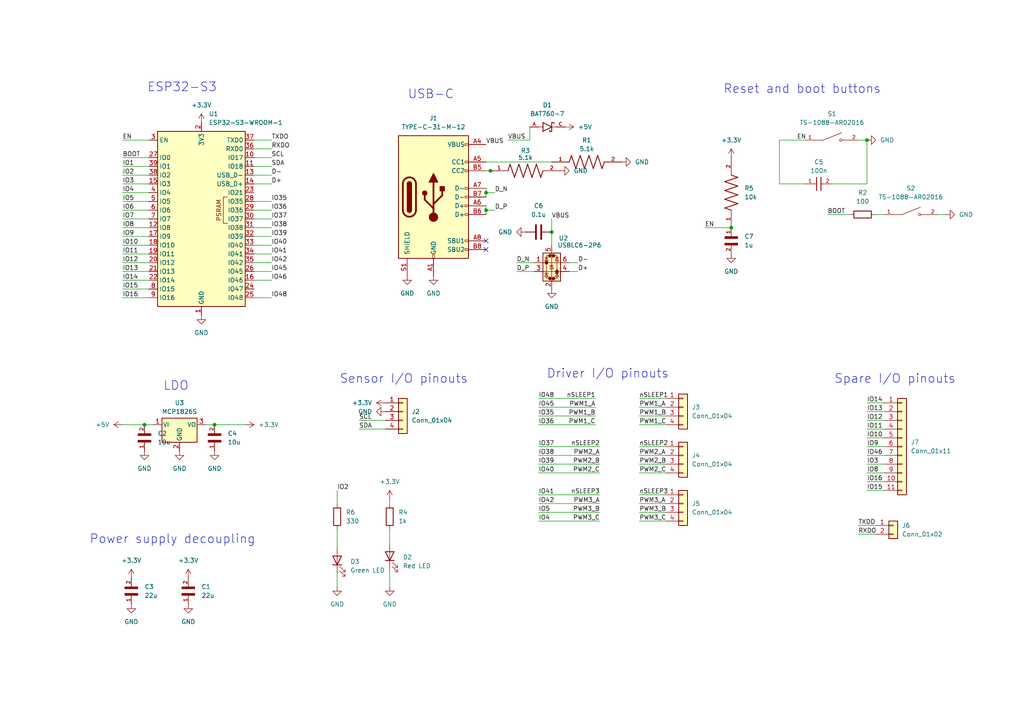
<source format=kicad_sch>
(kicad_sch (version 20250114) (generator "eeschema") (generator_version "9.0")
  (paper "A4")
  (lib_symbols
    (symbol "BAT760-7:BAT760-7" (pin_names (offset 1.016))
      (property "Reference" "D" (at -5.08 2.54 0))
      (property "Value" "BAT760-7" (at -5.08 -3.81 0))
      (symbol "BAT760-7_0_0"
        (pin passive line (at -5.08 0 0) (length 2.54) (name "~") (number "A"))
        (pin passive line (at 5.08 0 180) (length 2.54) (name "~") (number "C"))
      )
    )
    (symbol "CRG0402J10K_10:CRG0402J10K_10" (pin_names (offset 1.016))
      (property "Reference" "R" (at -7.6244 2.5415 0))
      (property "Value" "CRG0402J10K_10" (at -7.63 -5.0866 0))
      (symbol "CRG0402J10K_10_0_0"
        (pin passive line (at -10.16 0 0) (length 5.08) (name "~") (number "1"))
        (pin passive line (at 10.16 0 180) (length 5.08) (name "~") (number "2"))
      )
    )
    (symbol "Connector:USB_C_Receptacle_USB2.0_16P" (pin_names (offset 1.016))
      (property "Reference" "J" (at 0 22.225 0))
      (property "Value" "USB_C_Receptacle_USB2.0_16P" (at 0 19.685 0))
      (symbol "USB_C_Receptacle_USB2.0_16P_1_1"
        (pin passive line (at -7.62 -22.86 90) (length 5.08) (name "SHIELD") (number "S1"))
        (pin passive line (at 0 -22.86 90) (length 5.08) (name "GND") (number "A1"))
        (pin passive line (at 0 -22.86 90) (length 5.08) (hide yes) (name "GND") (number "A12"))
        (pin passive line (at 0 -22.86 90) (length 5.08) (hide yes) (name "GND") (number "B1"))
        (pin passive line (at 0 -22.86 90) (length 5.08) (hide yes) (name "GND") (number "B12"))
        (pin passive line (at 15.24 15.24 180) (length 5.08) (name "VBUS") (number "A4"))
        (pin passive line (at 15.24 15.24 180) (length 5.08) (hide yes) (name "VBUS") (number "A9"))
        (pin passive line (at 15.24 15.24 180) (length 5.08) (hide yes) (name "VBUS") (number "B4"))
        (pin passive line (at 15.24 15.24 180) (length 5.08) (hide yes) (name "VBUS") (number "B9"))
        (pin bidirectional line (at 15.24 10.16 180) (length 5.08) (name "CC1") (number "A5"))
        (pin bidirectional line (at 15.24 7.62 180) (length 5.08) (name "CC2") (number "B5"))
        (pin bidirectional line (at 15.24 2.54 180) (length 5.08) (name "D-") (number "A7"))
        (pin bidirectional line (at 15.24 0 180) (length 5.08) (name "D-") (number "B7"))
        (pin bidirectional line (at 15.24 -2.54 180) (length 5.08) (name "D+") (number "A6"))
        (pin bidirectional line (at 15.24 -5.08 180) (length 5.08) (name "D+") (number "B6"))
        (pin bidirectional line (at 15.24 -12.7 180) (length 5.08) (name "SBU1") (number "A8"))
        (pin bidirectional line (at 15.24 -15.24 180) (length 5.08) (name "SBU2") (number "B8"))
      )
    )
    (symbol "Connector_Generic:Conn_01x02" (pin_names (offset 1.016) (hide yes))
      (property "Reference" "J" (at 0 2.54 0))
      (property "Value" "Conn_01x02" (at 0 -5.08 0))
      (symbol "Conn_01x02_1_1"
        (pin passive line (at -5.08 0 0) (length 3.81) (name "Pin_1") (number "1"))
        (pin passive line (at -5.08 -2.54 0) (length 3.81) (name "Pin_2") (number "2"))
      )
    )
    (symbol "Connector_Generic:Conn_01x04" (pin_names (offset 1.016) (hide yes))
      (property "Reference" "J" (at 0 5.08 0))
      (property "Value" "Conn_01x04" (at 0 -7.62 0))
      (symbol "Conn_01x04_1_1"
        (pin passive line (at -5.08 2.54 0) (length 3.81) (name "Pin_1") (number "1"))
        (pin passive line (at -5.08 0 0) (length 3.81) (name "Pin_2") (number "2"))
        (pin passive line (at -5.08 -2.54 0) (length 3.81) (name "Pin_3") (number "3"))
        (pin passive line (at -5.08 -5.08 0) (length 3.81) (name "Pin_4") (number "4"))
      )
    )
    (symbol "Connector_Generic:Conn_01x11" (pin_names (offset 1.016) (hide yes))
      (property "Reference" "J" (at 0 15.24 0))
      (property "Value" "Conn_01x11" (at 0 -15.24 0))
      (symbol "Conn_01x11_1_1"
        (pin passive line (at -5.08 12.7 0) (length 3.81) (name "Pin_1") (number "1"))
        (pin passive line (at -5.08 10.16 0) (length 3.81) (name "Pin_2") (number "2"))
        (pin passive line (at -5.08 7.62 0) (length 3.81) (name "Pin_3") (number "3"))
        (pin passive line (at -5.08 5.08 0) (length 3.81) (name "Pin_4") (number "4"))
        (pin passive line (at -5.08 2.54 0) (length 3.81) (name "Pin_5") (number "5"))
        (pin passive line (at -5.08 0 0) (length 3.81) (name "Pin_6") (number "6"))
        (pin passive line (at -5.08 -2.54 0) (length 3.81) (name "Pin_7") (number "7"))
        (pin passive line (at -5.08 -5.08 0) (length 3.81) (name "Pin_8") (number "8"))
        (pin passive line (at -5.08 -7.62 0) (length 3.81) (name "Pin_9") (number "9"))
        (pin passive line (at -5.08 -10.16 0) (length 3.81) (name "Pin_10") (number "10"))
        (pin passive line (at -5.08 -12.7 0) (length 3.81) (name "Pin_11") (number "11"))
      )
    )
    (symbol "Device:C" (pin_numbers (hide yes)) (pin_names (offset 0.254))
      (property "Reference" "C" (at 0.635 2.54 0))
      (property "Value" "C" (at 0.635 -2.54 0))
      (symbol "C_1_1"
        (pin passive line (at 0 3.81 270) (length 2.794) (name "~") (number "1"))
        (pin passive line (at 0 -3.81 90) (length 2.794) (name "~") (number "2"))
      )
    )
    (symbol "Device:LED" (pin_numbers (hide yes)) (pin_names (offset 1.016) (hide yes))
      (property "Reference" "D" (at 0 2.54 0))
      (property "Value" "LED" (at 0 -2.54 0))
      (symbol "LED_1_1"
        (pin passive line (at -3.81 0 0) (length 2.54) (name "K") (number "1"))
        (pin passive line (at 3.81 0 180) (length 2.54) (name "A") (number "2"))
      )
    )
    (symbol "Device:R" (pin_numbers (hide yes)) (pin_names (offset 0))
      (property "Reference" "R" (at 2.032 0 90))
      (property "Value" "R" (at 0 0 90))
      (symbol "R_1_1"
        (pin passive line (at 0 3.81 270) (length 1.27) (name "~") (number "1"))
        (pin passive line (at 0 -3.81 90) (length 1.27) (name "~") (number "2"))
      )
    )
    (symbol "ERA6ARB512V:ERA6ARB512V" (pin_names (offset 1.016))
      (property "Reference" "R" (at -7.624 2.541 0))
      (property "Value" "ERA6ARB512V" (at -7.624 -5.087 0))
      (symbol "ERA6ARB512V_0_0"
        (pin passive line (at -10.16 0 0) (length 5.08) (name "~") (number "1"))
        (pin passive line (at 10.16 0 180) (length 5.08) (name "~") (number "2"))
      )
    )
    (symbol "GCJ31MR71H105KA12L:GCJ31MR71H105KA12L" (pin_names (offset 1.016))
      (property "Reference" "C" (at 0 3.8109 0))
      (property "Value" "GCJ31MR71H105KA12L" (at 0 -5.0885 0))
      (symbol "GCJ31MR71H105KA12L_0_0"
        (pin passive line (at -2.54 0 0) (length 2.54) (name "~") (number "1"))
        (pin passive line (at 5.08 0 180) (length 2.54) (name "~") (number "2"))
      )
    )
    (symbol "GRM219R60J226ME47D:GRM219R60J226ME47D" (pin_names (offset 1.016))
      (property "Reference" "C" (at 0 3.8109 0))
      (property "Value" "GRM219R60J226ME47D" (at 0 -5.0885 0))
      (symbol "GRM219R60J226ME47D_0_0"
        (pin passive line (at -2.54 0 0) (length 2.54) (name "~") (number "1"))
        (pin passive line (at 5.08 0 180) (length 2.54) (name "~") (number "2"))
      )
    )
    (symbol "GRM32EC72A106KE05L:GRM32EC72A106KE05L" (pin_names (offset 1.016))
      (property "Reference" "C" (at 0 3.8109 0))
      (property "Value" "GRM32EC72A106KE05L" (at 0 -5.0885 0))
      (symbol "GRM32EC72A106KE05L_0_0"
        (pin passive line (at -2.54 0 0) (length 2.54) (name "~") (number "1"))
        (pin passive line (at 5.08 0 180) (length 2.54) (name "~") (number "2"))
      )
    )
    (symbol "Power_Protection:USBLC6-2P6" (pin_names (hide yes))
      (property "Reference" "U" (at 0.635 5.715 0))
      (property "Value" "USBLC6-2P6" (at 0.635 3.81 0))
      (symbol "USBLC6-2P6_1_1"
        (pin passive line (at -5.08 0 0) (length 2.54) (name "I/O1") (number "1"))
        (pin passive line (at -5.08 -2.54 0) (length 2.54) (name "I/O2") (number "3"))
        (pin passive line (at 0 5.08 270) (length 2.54) (name "VBUS") (number "5"))
        (pin passive line (at 0 -7.62 90) (length 2.54) (name "GND") (number "2"))
        (pin passive line (at 5.08 0 180) (length 2.54) (name "I/O1") (number "6"))
        (pin passive line (at 5.08 -2.54 180) (length 2.54) (name "I/O2") (number "4"))
      )
    )
    (symbol "RF_Module:ESP32-S3-WROOM-1"
      (property "Reference" "U" (at -12.7 26.67 0))
      (property "Value" "ESP32-S3-WROOM-1" (at 12.7 26.67 0))
      (symbol "ESP32-S3-WROOM-1_0_0"
        (text "PSRAM" (at 5.08 2.54 900) (effects (font (size 1.27 1.27))))
      )
      (symbol "ESP32-S3-WROOM-1_1_1"
        (pin input line (at -15.24 22.86 0) (length 2.54) (name "EN") (number "3"))
        (pin bidirectional line (at -15.24 17.78 0) (length 2.54) (name "IO0") (number "27"))
        (pin bidirectional line (at -15.24 15.24 0) (length 2.54) (name "IO1") (number "39"))
        (pin bidirectional line (at -15.24 12.7 0) (length 2.54) (name "IO2") (number "38"))
        (pin bidirectional line (at -15.24 10.16 0) (length 2.54) (name "IO3") (number "15"))
        (pin bidirectional line (at -15.24 7.62 0) (length 2.54) (name "IO4") (number "4"))
        (pin bidirectional line (at -15.24 5.08 0) (length 2.54) (name "IO5") (number "5"))
        (pin bidirectional line (at -15.24 2.54 0) (length 2.54) (name "IO6") (number "6"))
        (pin bidirectional line (at -15.24 0 0) (length 2.54) (name "IO7") (number "7"))
        (pin bidirectional line (at -15.24 -2.54 0) (length 2.54) (name "IO8") (number "12"))
        (pin bidirectional line (at -15.24 -5.08 0) (length 2.54) (name "IO9") (number "17"))
        (pin bidirectional line (at -15.24 -7.62 0) (length 2.54) (name "IO10") (number "18"))
        (pin bidirectional line (at -15.24 -10.16 0) (length 2.54) (name "IO11") (number "19"))
        (pin bidirectional line (at -15.24 -12.7 0) (length 2.54) (name "IO12") (number "20"))
        (pin bidirectional line (at -15.24 -15.24 0) (length 2.54) (name "IO13") (number "21"))
        (pin bidirectional line (at -15.24 -17.78 0) (length 2.54) (name "IO14") (number "22"))
        (pin bidirectional line (at -15.24 -20.32 0) (length 2.54) (name "IO15") (number "8"))
        (pin bidirectional line (at -15.24 -22.86 0) (length 2.54) (name "IO16") (number "9"))
        (pin power_in line (at 0 27.94 270) (length 2.54) (name "3V3") (number "2"))
        (pin power_in line (at 0 -27.94 90) (length 2.54) (name "GND") (number "1"))
        (pin passive line (at 0 -27.94 90) (length 2.54) (hide yes) (name "GND") (number "40"))
        (pin passive line (at 0 -27.94 90) (length 2.54) (hide yes) (name "GND") (number "41"))
        (pin bidirectional line (at 15.24 22.86 180) (length 2.54) (name "TXD0") (number "37"))
        (pin bidirectional line (at 15.24 20.32 180) (length 2.54) (name "RXD0") (number "36"))
        (pin bidirectional line (at 15.24 17.78 180) (length 2.54) (name "IO17") (number "10"))
        (pin bidirectional line (at 15.24 15.24 180) (length 2.54) (name "IO18") (number "11"))
        (pin bidirectional line (at 15.24 12.7 180) (length 2.54) (name "USB_D-") (number "13"))
        (pin bidirectional line (at 15.24 10.16 180) (length 2.54) (name "USB_D+") (number "14"))
        (pin bidirectional line (at 15.24 7.62 180) (length 2.54) (name "IO21") (number "23"))
        (pin bidirectional line (at 15.24 5.08 180) (length 2.54) (name "IO35") (number "28"))
        (pin bidirectional line (at 15.24 2.54 180) (length 2.54) (name "IO36") (number "29"))
        (pin bidirectional line (at 15.24 0 180) (length 2.54) (name "IO37") (number "30"))
        (pin bidirectional line (at 15.24 -2.54 180) (length 2.54) (name "IO38") (number "31"))
        (pin bidirectional line (at 15.24 -5.08 180) (length 2.54) (name "IO39") (number "32"))
        (pin bidirectional line (at 15.24 -7.62 180) (length 2.54) (name "IO40") (number "33"))
        (pin bidirectional line (at 15.24 -10.16 180) (length 2.54) (name "IO41") (number "34"))
        (pin bidirectional line (at 15.24 -12.7 180) (length 2.54) (name "IO42") (number "35"))
        (pin bidirectional line (at 15.24 -15.24 180) (length 2.54) (name "IO45") (number "26"))
        (pin bidirectional line (at 15.24 -17.78 180) (length 2.54) (name "IO46") (number "16"))
        (pin bidirectional line (at 15.24 -20.32 180) (length 2.54) (name "IO47") (number "24"))
        (pin bidirectional line (at 15.24 -22.86 180) (length 2.54) (name "IO48") (number "25"))
      )
    )
    (symbol "Regulator_Linear:MCP1826S" (pin_names (offset 0.254))
      (property "Reference" "U" (at -3.81 3.175 0))
      (property "Value" "MCP1826S" (at 0 3.175 0))
      (symbol "MCP1826S_1_1"
        (pin power_in line (at -7.62 0 0) (length 2.54) (name "VI") (number "1"))
        (pin power_in line (at 0 -7.62 90) (length 2.54) (name "GND") (number "2"))
        (pin power_out line (at 7.62 0 180) (length 2.54) (name "VO") (number "3"))
      )
    )
    (symbol "TS-1088-AR02016:TS-1088-AR02016" (pin_names (offset 1.016))
      (property "Reference" "S" (at -2.54 2.54 0))
      (property "Value" "TS-1088-AR02016" (at -2.54 -2.54 0))
      (symbol "TS-1088-AR02016_0_0"
        (pin passive line (at -7.62 0 0) (length 2.54) (name "~") (number "1"))
        (pin passive line (at 7.62 0 180) (length 2.54) (name "~") (number "2"))
      )
    )
    (symbol "WCAP-CSGP_0402:WCAP-CSGP_0402" (pin_names (offset 1.016))
      (property "Reference" "C" (at 1.27 3.302 0))
      (property "Value" "WCAP-CSGP_0402" (at 1.27 -5.08 0))
      (symbol "WCAP-CSGP_0402_0_0"
        (pin passive line (at -2.54 0 0) (length 2.54) (name "~") (number "1"))
        (pin passive line (at 5.08 0 180) (length 2.54) (name "~") (number "2"))
      )
    )
    (symbol "power:+3.3V" (power) (pin_numbers (hide yes)) (pin_names (offset 0) (hide yes))
      (property "Value" "+3.3V" (at 0 3.556 0))
      (symbol "+3.3V_1_1"
        (pin power_in line (at 0 0 90) (length 0) (name "~") (number "1"))
      )
    )
    (symbol "power:+5V" (power) (pin_numbers (hide yes)) (pin_names (offset 0) (hide yes))
      (property "Value" "+5V" (at 0 3.556 0))
      (symbol "+5V_1_1"
        (pin power_in line (at 0 0 90) (length 0) (name "~") (number "1"))
      )
    )
    (symbol "power:GND" (power) (pin_numbers (hide yes)) (pin_names (offset 0) (hide yes))
      (property "Value" "GND" (at 0 -3.81 0))
      (symbol "GND_1_1"
        (pin power_in line (at 0 0 270) (length 0) (name "~") (number "1"))
      )
    )
    (symbol "power:VCC" (power) (pin_numbers (hide yes)) (pin_names (offset 0) (hide yes))
      (property "Value" "VCC" (at 0 3.556 0))
      (symbol "VCC_1_1"
        (pin power_in line (at 0 0 90) (length 0) (name "~") (number "1"))
      )
    )
  )
  (text "USB-C" (at 124.968 27.432 0) (effects (font (size 2.54 2.54))))
  (text "Sensor I/O pinouts" (at 117.094 109.982 0) (effects (font (size 2.54 2.54))))
  (text "Reset and boot buttons" (at 232.664 25.908 0) (effects (font (size 2.54 2.54))))
  (text "LDO" (at 51.054 112.014 0) (effects (font (size 2.54 2.54))))
  (text "Power supply decoupling\n" (at 50.038 156.464 0) (effects (font (size 2.54 2.54))))
  (text "Driver I/O pinouts" (at 176.276 108.458 0) (effects (font (size 2.54 2.54))))
  (text "Spare I/O pinouts" (at 259.588 109.982 0) (effects (font (size 2.54 2.54))))
  (text "ESP32-S3" (at 52.832 25.4 0) (effects (font (size 2.54 2.54))))
  (junction (at 140.97 55.88))
  (junction (at 62.23 123.19))
  (junction (at 212.09 66.04))
  (junction (at 160.02 67.31))
  (junction (at 251.46 40.64))
  (junction (at 140.97 60.96))
  (junction (at 41.91 123.19))
  (junction (at 142.24 49.53))
  (no_connect (at 140.97 69.85))
  (no_connect (at 140.97 72.39))
  (wire (pts (xy 248.92 40.64) (xy 251.46 40.64)))
  (wire (pts (xy 78.74 45.72) (xy 73.66 45.72)))
  (wire (pts (xy 153.67 40.64) (xy 153.67 36.83)))
  (wire (pts (xy 35.56 48.26) (xy 43.18 48.26)))
  (wire (pts (xy 149.86 76.2) (xy 154.94 76.2)))
  (wire (pts (xy 251.46 134.62) (xy 256.54 134.62)))
  (wire (pts (xy 78.74 86.36) (xy 73.66 86.36)))
  (wire (pts (xy 251.46 137.16) (xy 256.54 137.16)))
  (wire (pts (xy 226.06 40.64) (xy 233.68 40.64)))
  (wire (pts (xy 251.46 139.7) (xy 256.54 139.7)))
  (wire (pts (xy 140.97 55.88) (xy 140.97 57.15)))
  (wire (pts (xy 35.56 60.96) (xy 43.18 60.96)))
  (wire (pts (xy 59.69 123.19) (xy 62.23 123.19)))
  (wire (pts (xy 78.74 73.66) (xy 73.66 73.66)))
  (wire (pts (xy 113.03 144.78) (xy 113.03 146.05)))
  (wire (pts (xy 185.42 146.05) (xy 193.04 146.05)))
  (wire (pts (xy 173.99 148.59) (xy 156.21 148.59)))
  (wire (pts (xy 251.46 132.08) (xy 256.54 132.08)))
  (wire (pts (xy 185.42 148.59) (xy 193.04 148.59)))
  (wire (pts (xy 233.68 53.34) (xy 226.06 53.34)))
  (wire (pts (xy 41.91 123.19) (xy 44.45 123.19)))
  (wire (pts (xy 140.97 60.96) (xy 143.51 60.96)))
  (wire (pts (xy 185.42 129.54) (xy 193.04 129.54)))
  (wire (pts (xy 35.56 123.19) (xy 41.91 123.19)))
  (wire (pts (xy 78.74 81.28) (xy 73.66 81.28)))
  (wire (pts (xy 35.56 76.2) (xy 43.18 76.2)))
  (wire (pts (xy 78.74 66.04) (xy 73.66 66.04)))
  (wire (pts (xy 35.56 78.74) (xy 43.18 78.74)))
  (wire (pts (xy 142.24 49.53) (xy 140.97 49.53)))
  (wire (pts (xy 226.06 40.64) (xy 226.06 53.34)))
  (wire (pts (xy 140.97 60.96) (xy 140.97 62.23)))
  (wire (pts (xy 35.56 71.12) (xy 43.18 71.12)))
  (wire (pts (xy 73.66 50.8) (xy 78.74 50.8)))
  (wire (pts (xy 172.72 120.65) (xy 156.21 120.65)))
  (wire (pts (xy 248.92 152.4) (xy 254 152.4)))
  (wire (pts (xy 251.46 40.64) (xy 251.46 53.34)))
  (wire (pts (xy 240.03 62.23) (xy 246.38 62.23)))
  (wire (pts (xy 256.54 124.46) (xy 251.46 124.46)))
  (wire (pts (xy 35.56 73.66) (xy 43.18 73.66)))
  (wire (pts (xy 78.74 40.64) (xy 73.66 40.64)))
  (wire (pts (xy 35.56 63.5) (xy 43.18 63.5)))
  (wire (pts (xy 248.92 154.94) (xy 254 154.94)))
  (wire (pts (xy 35.56 81.28) (xy 43.18 81.28)))
  (wire (pts (xy 144.78 49.53) (xy 142.24 49.53)))
  (wire (pts (xy 185.42 120.65) (xy 193.04 120.65)))
  (wire (pts (xy 185.42 115.57) (xy 193.04 115.57)))
  (wire (pts (xy 78.74 48.26) (xy 73.66 48.26)))
  (wire (pts (xy 62.23 123.19) (xy 71.12 123.19)))
  (wire (pts (xy 185.42 132.08) (xy 193.04 132.08)))
  (wire (pts (xy 251.46 116.84) (xy 256.54 116.84)))
  (wire (pts (xy 97.79 153.67) (xy 97.79 158.75)))
  (wire (pts (xy 78.74 58.42) (xy 73.66 58.42)))
  (wire (pts (xy 172.72 115.57) (xy 156.21 115.57)))
  (wire (pts (xy 140.97 54.61) (xy 140.97 55.88)))
  (wire (pts (xy 35.56 66.04) (xy 43.18 66.04)))
  (wire (pts (xy 185.42 151.13) (xy 193.04 151.13)))
  (wire (pts (xy 173.99 151.13) (xy 156.21 151.13)))
  (wire (pts (xy 78.74 68.58) (xy 73.66 68.58)))
  (wire (pts (xy 173.99 132.08) (xy 156.21 132.08)))
  (wire (pts (xy 185.42 123.19) (xy 193.04 123.19)))
  (wire (pts (xy 251.46 121.92) (xy 256.54 121.92)))
  (wire (pts (xy 35.56 45.72) (xy 43.18 45.72)))
  (wire (pts (xy 149.86 78.74) (xy 154.94 78.74)))
  (wire (pts (xy 173.99 146.05) (xy 156.21 146.05)))
  (wire (pts (xy 78.74 78.74) (xy 73.66 78.74)))
  (wire (pts (xy 173.99 129.54) (xy 156.21 129.54)))
  (wire (pts (xy 251.46 127) (xy 256.54 127)))
  (wire (pts (xy 173.99 143.51) (xy 156.21 143.51)))
  (wire (pts (xy 78.74 76.2) (xy 73.66 76.2)))
  (wire (pts (xy 35.56 40.64) (xy 43.18 40.64)))
  (wire (pts (xy 104.14 124.46) (xy 111.76 124.46)))
  (wire (pts (xy 160.02 46.99) (xy 140.97 46.99)))
  (wire (pts (xy 185.42 137.16) (xy 193.04 137.16)))
  (wire (pts (xy 160.02 63.5) (xy 160.02 67.31)))
  (wire (pts (xy 35.56 53.34) (xy 43.18 53.34)))
  (wire (pts (xy 78.74 60.96) (xy 73.66 60.96)))
  (wire (pts (xy 78.74 43.18) (xy 73.66 43.18)))
  (wire (pts (xy 97.79 170.18) (xy 97.79 166.37)))
  (wire (pts (xy 147.32 40.64) (xy 153.67 40.64)))
  (wire (pts (xy 241.3 53.34) (xy 251.46 53.34)))
  (wire (pts (xy 185.42 134.62) (xy 193.04 134.62)))
  (wire (pts (xy 172.72 123.19) (xy 156.21 123.19)))
  (wire (pts (xy 35.56 55.88) (xy 43.18 55.88)))
  (wire (pts (xy 274.32 62.23) (xy 271.78 62.23)))
  (wire (pts (xy 140.97 55.88) (xy 143.51 55.88)))
  (wire (pts (xy 167.64 78.74) (xy 165.1 78.74)))
  (wire (pts (xy 104.14 121.92) (xy 111.76 121.92)))
  (wire (pts (xy 73.66 53.34) (xy 78.74 53.34)))
  (wire (pts (xy 35.56 68.58) (xy 43.18 68.58)))
  (wire (pts (xy 35.56 50.8) (xy 43.18 50.8)))
  (wire (pts (xy 160.02 67.31) (xy 160.02 71.12)))
  (wire (pts (xy 251.46 119.38) (xy 256.54 119.38)))
  (wire (pts (xy 78.74 71.12) (xy 73.66 71.12)))
  (wire (pts (xy 113.03 170.18) (xy 113.03 165.1)))
  (wire (pts (xy 254 62.23) (xy 256.54 62.23)))
  (wire (pts (xy 251.46 142.24) (xy 256.54 142.24)))
  (wire (pts (xy 173.99 134.62) (xy 156.21 134.62)))
  (wire (pts (xy 251.46 129.54) (xy 256.54 129.54)))
  (wire (pts (xy 35.56 58.42) (xy 43.18 58.42)))
  (wire (pts (xy 97.79 142.24) (xy 97.79 146.05)))
  (wire (pts (xy 113.03 153.67) (xy 113.03 157.48)))
  (wire (pts (xy 167.64 76.2) (xy 165.1 76.2)))
  (wire (pts (xy 185.42 118.11) (xy 193.04 118.11)))
  (wire (pts (xy 140.97 59.69) (xy 140.97 60.96)))
  (wire (pts (xy 35.56 86.36) (xy 43.18 86.36)))
  (wire (pts (xy 78.74 63.5) (xy 73.66 63.5)))
  (wire (pts (xy 35.56 83.82) (xy 43.18 83.82)))
  (wire (pts (xy 173.99 137.16) (xy 156.21 137.16)))
  (wire (pts (xy 172.72 118.11) (xy 156.21 118.11)))
  (wire (pts (xy 185.42 143.51) (xy 193.04 143.51)))
  (wire (pts (xy 204.47 66.04) (xy 212.09 66.04)))
  (label "IO1" (at 35.56 48.26 0))
  (label "IO36" (at 78.74 60.96 0))
  (label "IO2" (at 35.56 50.8 0))
  (label "PWM3_C" (at 173.99 151.13 180))
  (label "VBUS" (at 147.32 40.64 0))
  (label "D_P" (at 149.86 78.74 0))
  (label "BOOT" (at 35.56 45.72 0))
  (label "IO45" (at 156.21 118.11 0))
  (label "nSLEEP1" (at 185.42 115.57 0))
  (label "RXDO" (at 248.92 154.94 0))
  (label "D+" (at 78.74 53.34 0))
  (label "PWM1_B" (at 172.72 120.65 180))
  (label "PWM1_B" (at 185.42 120.65 0))
  (label "nSLEEP2" (at 185.42 129.54 0))
  (label "IO41" (at 78.74 73.66 0))
  (label "IO16" (at 251.46 139.7 0))
  (label "IO5" (at 156.21 148.59 0))
  (label "D_N" (at 149.86 76.2 0))
  (label "IO39" (at 156.21 134.62 0))
  (label "IO9" (at 35.56 68.58 0))
  (label "PWM3_B" (at 185.42 148.59 0))
  (label "IO13" (at 251.46 119.38 0))
  (label "PWM1_A" (at 172.72 118.11 180))
  (label "VBUS" (at 160.02 63.5 0))
  (label "PWM2_C" (at 185.42 137.16 0))
  (label "IO48" (at 78.74 86.36 0))
  (label "PWM3_A" (at 185.42 146.05 0))
  (label "IO14" (at 251.46 116.84 0))
  (label "SCL" (at 78.74 45.72 0))
  (label "PWM2_A" (at 173.99 132.08 180))
  (label "PWM3_B" (at 173.99 148.59 180))
  (label "nSLEEP3" (at 173.99 143.51 180))
  (label "IO3" (at 35.56 53.34 0))
  (label "D_P" (at 143.51 60.96 0))
  (label "PWM3_C" (at 185.42 151.13 0))
  (label "nSLEEP2" (at 173.99 129.54 180))
  (label "IO40" (at 78.74 71.12 0))
  (label "IO3" (at 251.46 134.62 0))
  (label "IO42" (at 156.21 146.05 0))
  (label "IO15" (at 251.46 142.24 0))
  (label "IO12" (at 251.46 121.92 0))
  (label "IO46" (at 251.46 132.08 0))
  (label "D+" (at 167.64 78.74 0))
  (label "RXDO" (at 78.74 43.18 0))
  (label "IO45" (at 78.74 78.74 0))
  (label "PWM3_A" (at 173.99 146.05 180))
  (label "D-" (at 78.74 50.8 0))
  (label "nSLEEP3" (at 185.42 143.51 0))
  (label "SDA" (at 78.74 48.26 0))
  (label "IO38" (at 156.21 132.08 0))
  (label "TXDO" (at 248.92 152.4 0))
  (label "D_N" (at 143.51 55.88 0))
  (label "IO15" (at 35.56 83.82 0))
  (label "PWM2_C" (at 173.99 137.16 180))
  (label "IO13" (at 35.56 78.74 0))
  (label "TXDO" (at 78.74 40.64 0))
  (label "IO4" (at 35.56 55.88 0))
  (label "IO41" (at 156.21 143.51 0))
  (label "IO38" (at 78.74 66.04 0))
  (label "IO46" (at 78.74 81.28 0))
  (label "BOOT" (at 240.03 62.23 0))
  (label "IO39" (at 78.74 68.58 0))
  (label "IO9" (at 251.46 129.54 0))
  (label "IO8" (at 35.56 66.04 0))
  (label "PWM1_A" (at 185.42 118.11 0))
  (label "IO36" (at 156.21 123.19 0))
  (label "IO5" (at 35.56 58.42 0))
  (label "IO11" (at 35.56 73.66 0))
  (label "EN" (at 231.14 40.64 0))
  (label "IO37" (at 156.21 129.54 0))
  (label "IO12" (at 35.56 76.2 0))
  (label "nSLEEP1" (at 172.72 115.57 180))
  (label "VBUS" (at 140.97 41.91 0))
  (label "SDA" (at 104.14 124.46 0))
  (label "IO8" (at 251.46 137.16 0))
  (label "EN" (at 35.56 40.64 0))
  (label "IO37" (at 78.74 63.5 0))
  (label "IO10" (at 35.56 71.12 0))
  (label "IO48" (at 156.21 115.57 0))
  (label "EN" (at 204.47 66.04 0))
  (label "SCL" (at 104.14 121.92 0))
  (label "IO6" (at 35.56 60.96 0))
  (label "IO40" (at 156.21 137.16 0))
  (label "IO14" (at 35.56 81.28 0))
  (label "PWM2_A" (at 185.42 132.08 0))
  (label "IO35" (at 78.74 58.42 0))
  (label "IO42" (at 78.74 76.2 0))
  (label "PWM1_C" (at 172.72 123.19 180))
  (label "D-" (at 167.64 76.2 0))
  (label "IO35" (at 156.21 120.65 0))
  (label "IO2" (at 97.79 142.24 0))
  (label "PWM2_B" (at 173.99 134.62 180))
  (label "IO11" (at 251.46 124.46 0))
  (label "IO7" (at 35.56 63.5 0))
  (label "PWM2_B" (at 185.42 134.62 0))
  (label "IO4" (at 156.21 151.13 0))
  (label "IO16" (at 35.56 86.36 0))
  (label "PWM1_C" (at 185.42 123.19 0))
  (label "IO10" (at 251.46 127 0))
  (symbol (lib_id "Connector_Generic:Conn_01x04") (at 198.12 118.11 0) (unit 1)
    (property "Reference" "J3" (at 200.66 118.1099 0) (effects (justify left)))
    (property "Value" "Conn_01x04" (at 200.66 120.6499 0) (effects (justify left)))
    (property "Footprint" "Connector_PinHeader_2.54mm:PinHeader_1x04_P2.54mm_Vertical" (effects (hide yes)))
    (property "Description" "Generic connector, single row, 01x04, script generated (kicad-library-utils/schlib/autogen/connector/)" (effects (hide yes)))
  )
  (symbol (lib_id "power:VCC") (at 111.76 116.84 90) (unit 1)
    (property "Reference" "#PWR021" (effects (hide yes)))
    (property "Value" "+3.3V" (at 107.95 116.8399 90) (effects (justify left)))
    (property "Description" "Power symbol creates a global label with name \"VCC\"" (effects (hide yes)))
  )
  (symbol (lib_id "power:+3.3V") (at 38.1 167.64 0) (unit 1)
    (property "Reference" "#PWR011" (effects (hide yes)))
    (property "Value" "+3.3V" (at 38.1 162.56 0))
    (property "Description" "Power symbol creates a global label with name \"+3.3V\"" (effects (hide yes)))
  )
  (symbol (lib_id "Regulator_Linear:MCP1826S") (at 52.07 123.19 0) (unit 1)
    (property "Reference" "U3" (at 52.07 116.84 0))
    (property "Value" "MCP1826S" (at 52.07 119.38 0))
    (property "Footprint" "Package_TO_SOT_SMD:SOT-223-3_TabPin2" (effects (hide yes)))
    (property "Datasheet" "http://ww1.microchip.com/downloads/en/DeviceDoc/22057B.pdf" (effects (hide yes)))
    (property "Description" "1000mA, Low-Voltage, Low Quiescent Current LDO Regulator, SOT-223, TO-220, TO-263" (effects (hide yes)))
  )
  (symbol (lib_id "TS-1088-AR02016:TS-1088-AR02016") (at 264.16 62.23 0) (unit 1)
    (property "Reference" "S2" (at 264.16 54.61 0))
    (property "Value" "TS-1088-AR02016" (at 264.16 57.15 0))
    (property "Footprint" "Sym_foot_library:SW_TS-1088-AR02016" (effects (hide yes)))
    (property "MF" "Xunpu" (effects (hide yes)))
    (property "MAXIMUM_PACKAGE_HEIGHT" "2.0 mm" (effects (hide yes)))
    (property "Package" "Package" (effects (hide yes)))
    (property "Price" "None" (effects (hide yes)))
    (property "Check_prices" "https://www.snapeda.com/parts/TS-1088-AR02016/Xunpu/view-part/?ref=eda" (effects (hide yes)))
    (property "STANDARD" "Manufacturer Recommendations" (effects (hide yes)))
    (property "PARTREV" "N/A" (effects (hide yes)))
    (property "SnapEDA_Link" "https://www.snapeda.com/parts/TS-1088-AR02016/Xunpu/view-part/?ref=snap" (effects (hide yes)))
    (property "MP" "TS-1088-AR02016" (effects (hide yes)))
    (property "Description_1" "50mA 4mm 100MΩ 100,000 Times 12V 160gf 3mm 2mm Round Button Vertical welding SPST SMD Tactile Switches ROHS" (effects (hide yes)))
    (property "Availability" "Not in stock" (effects (hide yes)))
    (property "MANUFACTURER" "Xunpu" (effects (hide yes)))
  )
  (symbol (lib_id "Device:LED") (at 97.79 162.56 90) (unit 1)
    (property "Reference" "D3" (at 101.6 162.8774 90) (effects (justify right)))
    (property "Value" "Green LED" (at 101.6 165.4174 90) (effects (justify right)))
    (property "Footprint" "LED_SMD:LED_0805_2012Metric_Pad1.15x1.40mm_HandSolder" (effects (hide yes)))
    (property "Description" "Light emitting diode" (effects (hide yes)))
    (property "Sim.Pins" "1=K 2=A" (effects (hide yes)))
  )
  (symbol (lib_id "power:GND") (at 52.07 130.81 0) (unit 1)
    (property "Reference" "#PWR06" (effects (hide yes)))
    (property "Value" "GND" (at 52.07 135.89 0))
    (property "Description" "Power symbol creates a global label with name \"GND\" , ground" (effects (hide yes)))
  )
  (symbol (lib_id "power:GND") (at 162.56 49.53 90) (unit 1)
    (property "Reference" "#PWR020" (effects (hide yes)))
    (property "Value" "GND" (at 166.37 49.5299 90) (effects (justify right)))
    (property "Description" "Power symbol creates a global label with name \"GND\" , ground" (effects (hide yes)))
  )
  (symbol (lib_id "GRM219R60J226ME47D:GRM219R60J226ME47D") (at 62.23 128.27 90) (unit 1)
    (property "Reference" "C4" (at 66.04 125.7299 90) (effects (justify right)))
    (property "Value" "10u" (at 66.04 128.2699 90) (effects (justify right)))
    (property "Footprint" "Capacitor_SMD:C_0805_2012Metric_Pad1.18x1.45mm_HandSolder" (effects (hide yes)))
    (property "MF" "Murata" (effects (hide yes)))
    (property "Description_1" "SMD Capacitor X5R(EIA) with Capacitance: 22uF Tol. 20%. Rated Voltage: 6.3Vdc" (effects (hide yes)))
    (property "Package" "2012 Murata" (effects (hide yes)))
    (property "Price" "None" (effects (hide yes)))
    (property "SnapEDA_Link" "https://www.snapeda.com/parts/GRM219R60J226ME47D/Murata/view-part/?ref=snap" (effects (hide yes)))
    (property "MP" "GRM219R60J226ME47D" (effects (hide yes)))
    (property "Availability" "In Stock" (effects (hide yes)))
    (property "Check_prices" "https://www.snapeda.com/parts/GRM219R60J226ME47D/Murata/view-part/?ref=eda" (effects (hide yes)))
  )
  (symbol (lib_id "power:GND") (at 54.61 175.26 0) (unit 1)
    (property "Reference" "#PWR010" (effects (hide yes)))
    (property "Value" "GND" (at 54.61 180.34 0))
    (property "Description" "Power symbol creates a global label with name \"GND\" , ground" (effects (hide yes)))
  )
  (symbol (lib_id "Device:C") (at 156.21 67.31 90) (unit 1)
    (property "Reference" "C6" (at 156.21 59.69 90))
    (property "Value" "0.1u" (at 156.21 62.23 90))
    (property "Footprint" "Capacitor_SMD:C_0805_2012Metric_Pad1.18x1.45mm_HandSolder" (effects (hide yes)))
    (property "Description" "Unpolarized capacitor" (effects (hide yes)))
  )
  (symbol (lib_id "power:GND") (at 160.02 83.82 0) (unit 1)
    (property "Reference" "#PWR08" (effects (hide yes)))
    (property "Value" "GND" (at 160.02 88.9 0))
    (property "Description" "Power symbol creates a global label with name \"GND\" , ground" (effects (hide yes)))
  )
  (symbol (lib_id "power:GND") (at 58.42 91.44 0) (unit 1)
    (property "Reference" "#PWR02" (effects (hide yes)))
    (property "Value" "GND" (at 58.42 96.52 0))
    (property "Description" "Power symbol creates a global label with name \"GND\" , ground" (effects (hide yes)))
  )
  (symbol (lib_id "power:GND") (at 212.09 73.66 0) (unit 1)
    (property "Reference" "#PWR013" (effects (hide yes)))
    (property "Value" "GND" (at 212.09 78.74 0))
    (property "Description" "Power symbol creates a global label with name \"GND\" , ground" (effects (hide yes)))
  )
  (symbol (lib_id "power:GND") (at 62.23 130.81 0) (unit 1)
    (property "Reference" "#PWR07" (effects (hide yes)))
    (property "Value" "GND" (at 62.23 135.89 0))
    (property "Description" "Power symbol creates a global label with name \"GND\" , ground" (effects (hide yes)))
  )
  (symbol (lib_id "Connector_Generic:Conn_01x11") (at 261.62 129.54 0) (unit 1)
    (property "Reference" "J7" (at 264.16 128.2699 0) (effects (justify left)))
    (property "Value" "Conn_01x11" (at 264.16 130.8099 0) (effects (justify left)))
    (property "Footprint" "Connector_PinHeader_2.54mm:PinHeader_1x11_P2.54mm_Vertical" (effects (hide yes)))
    (property "Description" "Generic connector, single row, 01x11, script generated (kicad-library-utils/schlib/autogen/connector/)" (effects (hide yes)))
  )
  (symbol (lib_id "power:GND") (at 125.73 80.01 0) (unit 1)
    (property "Reference" "#PWR017" (effects (hide yes)))
    (property "Value" "GND" (at 125.73 85.09 0))
    (property "Description" "Power symbol creates a global label with name \"GND\" , ground" (effects (hide yes)))
  )
  (symbol (lib_id "Connector_Generic:Conn_01x02") (at 259.08 152.4 0) (unit 1)
    (property "Reference" "J6" (at 261.62 152.3999 0) (effects (justify left)))
    (property "Value" "Conn_01x02" (at 261.62 154.9399 0) (effects (justify left)))
    (property "Footprint" "Connector_PinHeader_2.54mm:PinHeader_1x02_P2.54mm_Vertical" (effects (hide yes)))
    (property "Description" "Generic connector, single row, 01x02, script generated (kicad-library-utils/schlib/autogen/connector/)" (effects (hide yes)))
  )
  (symbol (lib_id "CRG0402J10K_10:CRG0402J10K_10") (at 212.09 55.88 90) (unit 1)
    (property "Reference" "R5" (at 215.9 54.6099 90) (effects (justify right)))
    (property "Value" "10k" (at 215.9 57.1499 90) (effects (justify right)))
    (property "Footprint" "Resistor_SMD:R_0805_2012Metric_Pad1.20x1.40mm_HandSolder" (effects (hide yes)))
    (property "Comment" "1622826-4" (effects (hide yes)))
    (property "DigiKey_Part_Number" "A106045TR-ND" (effects (hide yes)))
    (property "SnapEDA_Link" "https://www.snapeda.com/parts/CRG0402J10K/10/TE+Connectivity+Passive+Product/view-part/?ref=snap" (effects (hide yes)))
    (property "Power_Rating" ".063 W" (effects (hide yes)))
    (property "Package" "0402" (effects (hide yes)))
    (property "Check_prices" "https://www.snapeda.com/parts/CRG0402J10K/10/TE+Connectivity+Passive+Product/view-part/?ref=eda" (effects (hide yes)))
    (property "Resistance" "10K" (effects (hide yes)))
    (property "MF" "TE Connectivity" (effects (hide yes)))
    (property "MP" "CRG0402J10K/10" (effects (hide yes)))
    (property "Voltage_Rating" "50 V" (effects (hide yes)))
    (property "EU_RoHS_Compliance" "Compliant with Exemptions" (effects (hide yes)))
    (property "Tolerance" "5%" (effects (hide yes)))
    (property "Description_1" "CRG0402 chip resistor,10K 5% 0.063W | TE Connectivity CRG0402J10K/10" (effects (hide yes)))
  )
  (symbol (lib_id "power:GND") (at 152.4 67.31 270) (unit 1)
    (property "Reference" "#PWR024" (effects (hide yes)))
    (property "Value" "GND" (at 148.59 67.3099 90) (effects (justify right)))
    (property "Description" "Power symbol creates a global label with name \"GND\" , ground" (effects (hide yes)))
  )
  (symbol (lib_id "Device:R") (at 113.03 149.86 0) (unit 1)
    (property "Reference" "R4" (at 115.57 148.5899 0) (effects (justify left)))
    (property "Value" "1k" (at 115.57 151.1299 0) (effects (justify left)))
    (property "Footprint" "Resistor_SMD:R_0805_2012Metric_Pad1.20x1.40mm_HandSolder" (effects (hide yes)))
    (property "Description" "Resistor" (effects (hide yes)))
  )
  (symbol (lib_id "power:GND") (at 97.79 170.18 0) (unit 1)
    (property "Reference" "#PWR027" (effects (hide yes)))
    (property "Value" "GND" (at 97.79 175.26 0))
    (property "Description" "Power symbol creates a global label with name \"GND\" , ground" (effects (hide yes)))
  )
  (symbol (lib_id "power:GND") (at 274.32 62.23 90) (unit 1)
    (property "Reference" "#PWR015" (effects (hide yes)))
    (property "Value" "GND" (at 278.13 62.2299 90) (effects (justify right)))
    (property "Description" "Power symbol creates a global label with name \"GND\" , ground" (effects (hide yes)))
  )
  (symbol (lib_id "Device:R") (at 97.79 149.86 0) (unit 1)
    (property "Reference" "R6" (at 100.33 148.5899 0) (effects (justify left)))
    (property "Value" "330" (at 100.33 151.1299 0) (effects (justify left)))
    (property "Footprint" "Resistor_SMD:R_0805_2012Metric_Pad1.20x1.40mm_HandSolder" (effects (hide yes)))
    (property "Description" "Resistor" (effects (hide yes)))
  )
  (symbol (lib_id "power:GND") (at 251.46 40.64 90) (unit 1)
    (property "Reference" "#PWR014" (effects (hide yes)))
    (property "Value" "GND" (at 255.27 40.6399 90) (effects (justify right)))
    (property "Description" "Power symbol creates a global label with name \"GND\" , ground" (effects (hide yes)))
  )
  (symbol (lib_id "GCJ31MR71H105KA12L:GCJ31MR71H105KA12L") (at 212.09 68.58 270) (unit 1)
    (property "Reference" "C7" (at 215.9 68.5799 90) (effects (justify left)))
    (property "Value" "1u" (at 215.9 71.1199 90) (effects (justify left)))
    (property "Footprint" "Capacitor_SMD:C_0805_2012Metric_Pad1.18x1.45mm_HandSolder" (effects (hide yes)))
    (property "DigiKey_Part_Number" "490-5810-2-ND" (effects (hide yes)))
    (property "SnapEDA_Link" "https://www.snapeda.com/parts/GCJ31MR71H105KA12L/Murata/view-part/?ref=snap" (effects (hide yes)))
    (property "Description_1" "SMD Capacitor X7R(EIA) with Capacitance: 1.0uF Tol. 10%. Rated Voltage: 50Vdc" (effects (hide yes)))
    (property "MF" "Murata" (effects (hide yes)))
    (property "Package" "3216 Murata" (effects (hide yes)))
    (property "Check_prices" "https://www.snapeda.com/parts/GCJ31MR71H105KA12L/Murata/view-part/?ref=eda" (effects (hide yes)))
    (property "MP" "GCJ31MR71H105KA12L" (effects (hide yes)))
  )
  (symbol (lib_id "power:+3.3V") (at 54.61 167.64 0) (unit 1)
    (property "Reference" "#PWR09" (effects (hide yes)))
    (property "Value" "+3.3V" (at 54.61 162.56 0))
    (property "Description" "Power symbol creates a global label with name \"+3.3V\"" (effects (hide yes)))
  )
  (symbol (lib_id "TS-1088-AR02016:TS-1088-AR02016") (at 241.3 40.64 0) (unit 1)
    (property "Reference" "S1" (at 241.3 33.02 0))
    (property "Value" "TS-1088-AR02016" (at 241.3 35.56 0))
    (property "Footprint" "Sym_foot_library:SW_TS-1088-AR02016" (effects (hide yes)))
    (property "MF" "Xunpu" (effects (hide yes)))
    (property "MAXIMUM_PACKAGE_HEIGHT" "2.0 mm" (effects (hide yes)))
    (property "Package" "Package" (effects (hide yes)))
    (property "Price" "None" (effects (hide yes)))
    (property "Check_prices" "https://www.snapeda.com/parts/TS-1088-AR02016/Xunpu/view-part/?ref=eda" (effects (hide yes)))
    (property "STANDARD" "Manufacturer Recommendations" (effects (hide yes)))
    (property "PARTREV" "N/A" (effects (hide yes)))
    (property "SnapEDA_Link" "https://www.snapeda.com/parts/TS-1088-AR02016/Xunpu/view-part/?ref=snap" (effects (hide yes)))
    (property "MP" "TS-1088-AR02016" (effects (hide yes)))
    (property "Description_1" "50mA 4mm 100MΩ 100,000 Times 12V 160gf 3mm 2mm Round Button Vertical welding SPST SMD Tactile Switches ROHS" (effects (hide yes)))
    (property "Availability" "Not in stock" (effects (hide yes)))
    (property "MANUFACTURER" "Xunpu" (effects (hide yes)))
  )
  (symbol (lib_id "Device:LED") (at 113.03 161.29 90) (unit 1)
    (property "Reference" "D2" (at 116.84 161.6074 90) (effects (justify right)))
    (property "Value" "Red LED" (at 116.84 164.1474 90) (effects (justify right)))
    (property "Footprint" "LED_SMD:LED_0805_2012Metric_Pad1.15x1.40mm_HandSolder" (effects (hide yes)))
    (property "Description" "Light emitting diode" (effects (hide yes)))
    (property "Sim.Pins" "1=K 2=A" (effects (hide yes)))
  )
  (symbol (lib_id "GRM32EC72A106KE05L:GRM32EC72A106KE05L") (at 41.91 128.27 90) (unit 1)
    (property "Reference" "C2" (at 45.72 125.7299 90) (effects (justify right)))
    (property "Value" "10u" (at 45.72 128.2699 90) (effects (justify right)))
    (property "Footprint" "Capacitor_SMD:C_0805_2012Metric_Pad1.18x1.45mm_HandSolder" (effects (hide yes)))
    (property "MF" "Murata Electronics" (effects (hide yes)))
    (property "Description_1" "SMD capacitor X7S(EIA) with capacitance 10uF Tol.10%. Rated voltage 100Vdc 125C" (effects (hide yes)))
    (property "Package" "3225 Murata" (effects (hide yes)))
    (property "Price" "None" (effects (hide yes)))
    (property "SnapEDA_Link" "https://www.snapeda.com/parts/GRM32EC72A106KE05L/Murata+Electronics+North+America/view-part/?ref=snap" (effects (hide yes)))
    (property "MP" "GRM32EC72A106KE05L" (effects (hide yes)))
    (property "Availability" "In Stock" (effects (hide yes)))
    (property "Check_prices" "https://www.snapeda.com/parts/GRM32EC72A106KE05L/Murata+Electronics+North+America/view-part/?ref=eda" (effects (hide yes)))
  )
  (symbol (lib_id "power:GND") (at 111.76 119.38 270) (unit 1)
    (property "Reference" "#PWR022" (effects (hide yes)))
    (property "Value" "GND" (at 107.95 119.3799 90) (effects (justify right)))
    (property "Description" "Power symbol creates a global label with name \"GND\" , ground" (effects (hide yes)))
  )
  (symbol (lib_id "Connector_Generic:Conn_01x04") (at 198.12 132.08 0) (unit 1)
    (property "Reference" "J4" (at 200.66 132.0799 0) (effects (justify left)))
    (property "Value" "Conn_01x04" (at 200.66 134.6199 0) (effects (justify left)))
    (property "Footprint" "Connector_PinHeader_2.54mm:PinHeader_1x04_P2.54mm_Vertical" (effects (hide yes)))
    (property "Description" "Generic connector, single row, 01x04, script generated (kicad-library-utils/schlib/autogen/connector/)" (effects (hide yes)))
  )
  (symbol (lib_id "power:GND") (at 180.34 46.99 90) (unit 1)
    (property "Reference" "#PWR019" (effects (hide yes)))
    (property "Value" "GND" (at 184.15 46.9899 90) (effects (justify right)))
    (property "Description" "Power symbol creates a global label with name \"GND\" , ground" (effects (hide yes)))
  )
  (symbol (lib_id "power:+3.3V") (at 58.42 35.56 0) (unit 1)
    (property "Reference" "#PWR01" (effects (hide yes)))
    (property "Value" "+3.3V" (at 58.42 30.48 0))
    (property "Description" "Power symbol creates a global label with name \"+3.3V\"" (effects (hide yes)))
  )
  (symbol (lib_id "power:+5V") (at 163.83 36.83 270) (unit 1)
    (property "Reference" "#PWR016" (effects (hide yes)))
    (property "Value" "+5V" (at 167.64 36.8301 90) (effects (justify left)))
    (property "Description" "Power symbol creates a global label with name \"+5V\"" (effects (hide yes)))
  )
  (symbol (lib_id "GRM219R60J226ME47D:GRM219R60J226ME47D") (at 54.61 172.72 90) (unit 1)
    (property "Reference" "C1" (at 58.42 170.1799 90) (effects (justify right)))
    (property "Value" "22u" (at 58.42 172.7199 90) (effects (justify right)))
    (property "Footprint" "Capacitor_SMD:C_0805_2012Metric_Pad1.18x1.45mm_HandSolder" (effects (hide yes)))
    (property "MF" "Murata" (effects (hide yes)))
    (property "Description_1" "SMD Capacitor X5R(EIA) with Capacitance: 22uF Tol. 20%. Rated Voltage: 6.3Vdc" (effects (hide yes)))
    (property "Package" "2012 Murata" (effects (hide yes)))
    (property "Price" "None" (effects (hide yes)))
    (property "SnapEDA_Link" "https://www.snapeda.com/parts/GRM219R60J226ME47D/Murata/view-part/?ref=snap" (effects (hide yes)))
    (property "MP" "GRM219R60J226ME47D" (effects (hide yes)))
    (property "Availability" "In Stock" (effects (hide yes)))
    (property "Check_prices" "https://www.snapeda.com/parts/GRM219R60J226ME47D/Murata/view-part/?ref=eda" (effects (hide yes)))
  )
  (symbol (lib_id "Connector_Generic:Conn_01x04") (at 116.84 119.38 0) (unit 1)
    (property "Reference" "J2" (at 119.38 119.3799 0) (effects (justify left)))
    (property "Value" "Conn_01x04" (at 119.38 121.9199 0) (effects (justify left)))
    (property "Footprint" "Connector_PinHeader_2.54mm:PinHeader_1x04_P2.54mm_Vertical" (effects (hide yes)))
    (property "Description" "Generic connector, single row, 01x04, script generated (kicad-library-utils/schlib/autogen/connector/)" (effects (hide yes)))
  )
  (symbol (lib_id "Connector:USB_C_Receptacle_USB2.0_16P") (at 125.73 57.15 0) (unit 1)
    (property "Reference" "J1" (at 125.73 34.29 0))
    (property "Value" "TYPE-C-31-M-12" (at 125.73 36.83 0))
    (property "Footprint" "Connector_USB:USB_C_Receptacle_HRO_TYPE-C-31-M-12" (effects (hide yes)))
    (property "Datasheet" "https://www.usb.org/sites/default/files/documents/usb_type-c.zip" (effects (hide yes)))
    (property "Description" "TYPE-C-31-M-12" (effects (hide yes)))
  )
  (symbol (lib_id "Device:R") (at 250.19 62.23 90) (unit 1)
    (property "Reference" "R2" (at 250.19 55.88 90))
    (property "Value" "100" (at 250.19 58.42 90))
    (property "Footprint" "Resistor_SMD:R_0805_2012Metric_Pad1.20x1.40mm_HandSolder" (effects (hide yes)))
    (property "Description" "Resistor" (effects (hide yes)))
  )
  (symbol (lib_id "Connector_Generic:Conn_01x04") (at 198.12 146.05 0) (unit 1)
    (property "Reference" "J5" (at 200.66 146.0499 0) (effects (justify left)))
    (property "Value" "Conn_01x04" (at 200.66 148.5899 0) (effects (justify left)))
    (property "Footprint" "Connector_PinHeader_2.54mm:PinHeader_1x04_P2.54mm_Vertical" (effects (hide yes)))
    (property "Description" "Generic connector, single row, 01x04, script generated (kicad-library-utils/schlib/autogen/connector/)" (effects (hide yes)))
  )
  (symbol (lib_id "power:GND") (at 38.1 175.26 0) (unit 1)
    (property "Reference" "#PWR023" (effects (hide yes)))
    (property "Value" "GND" (at 38.1 180.34 0))
    (property "Description" "Power symbol creates a global label with name \"GND\" , ground" (effects (hide yes)))
  )
  (symbol (lib_id "ERA6ARB512V:ERA6ARB512V") (at 170.18 46.99 0) (unit 1)
    (property "Reference" "R1" (at 170.18 40.64 0))
    (property "Value" "5.1k" (at 170.18 43.18 0))
    (property "Footprint" "Resistor_SMD:R_0805_2012Metric_Pad1.20x1.40mm_HandSolder" (effects (hide yes)))
    (property "DigiKey_Part_Number" "P5.1KBRTR-ND" (effects (hide yes)))
    (property "SnapEDA_Link" "https://www.snapeda.com/parts/ERA-6ARB512V/Panasonic/view-part/?ref=snap" (effects (hide yes)))
    (property "MAXIMUM_PACKAGE_HEIGHT" "0.6 mm" (effects (hide yes)))
    (property "Package" "2012-2 Panasonic" (effects (hide yes)))
    (property "Check_prices" "https://www.snapeda.com/parts/ERA-6ARB512V/Panasonic/view-part/?ref=eda" (effects (hide yes)))
    (property "STANDARD" "Manufacturer Recommendations" (effects (hide yes)))
    (property "PARTREV" "3/1/2020" (effects (hide yes)))
    (property "MF" "Panasonic" (effects (hide yes)))
    (property "MP" "ERA-6ARB512V" (effects (hide yes)))
    (property "Description_1" "RES 5.1K OHM 0.1% 1/8W 0805" (effects (hide yes)))
    (property "MANUFACTURER" "Panasonic" (effects (hide yes)))
  )
  (symbol (lib_id "power:+3.3V") (at 71.12 123.19 270) (unit 1)
    (property "Reference" "#PWR04" (effects (hide yes)))
    (property "Value" "+3.3V" (at 74.93 123.1899 90) (effects (justify left)))
    (property "Description" "Power symbol creates a global label with name \"+3.3V\"" (effects (hide yes)))
  )
  (symbol (lib_id "power:+3.3V") (at 212.09 45.72 0) (unit 1)
    (property "Reference" "#PWR012" (effects (hide yes)))
    (property "Value" "+3.3V" (at 212.09 40.64 0))
    (property "Description" "Power symbol creates a global label with name \"+3.3V\"" (effects (hide yes)))
  )
  (symbol (lib_id "Power_Protection:USBLC6-2P6") (at 160.02 76.2 0) (unit 1)
    (property "Reference" "U2" (at 162.052 69.088 0) (effects (justify left)))
    (property "Value" "USBLC6-2P6" (at 161.6711 71.12 0) (effects (justify left)))
    (property "Footprint" "Package_TO_SOT_SMD:SOT-666" (effects (hide yes)))
    (property "Datasheet" "https://www.st.com/resource/en/datasheet/usblc6-2.pdf" (effects (hide yes)))
    (property "Description" "Very low capacitance ESD protection diode, 2 data-line, SOT-666" (effects (hide yes)))
  )
  (symbol (lib_id "power:GND") (at 118.11 80.01 0) (unit 1)
    (property "Reference" "#PWR018" (effects (hide yes)))
    (property "Value" "GND" (at 118.11 85.09 0))
    (property "Description" "Power symbol creates a global label with name \"GND\" , ground" (effects (hide yes)))
  )
  (symbol (lib_id "ERA6ARB512V:ERA6ARB512V") (at 152.4 49.53 0) (unit 1)
    (property "Reference" "R3" (at 152.4 43.688 0))
    (property "Value" "5.1k" (at 152.4 45.72 0))
    (property "Footprint" "Capacitor_SMD:C_0805_2012Metric_Pad1.18x1.45mm_HandSolder" (effects (hide yes)))
    (property "DigiKey_Part_Number" "P5.1KBRTR-ND" (effects (hide yes)))
    (property "SnapEDA_Link" "https://www.snapeda.com/parts/ERA-6ARB512V/Panasonic/view-part/?ref=snap" (effects (hide yes)))
    (property "MAXIMUM_PACKAGE_HEIGHT" "0.6 mm" (effects (hide yes)))
    (property "Package" "2012-2 Panasonic" (effects (hide yes)))
    (property "Check_prices" "https://www.snapeda.com/parts/ERA-6ARB512V/Panasonic/view-part/?ref=eda" (effects (hide yes)))
    (property "STANDARD" "Manufacturer Recommendations" (effects (hide yes)))
    (property "PARTREV" "3/1/2020" (effects (hide yes)))
    (property "MF" "Panasonic" (effects (hide yes)))
    (property "MP" "ERA-6ARB512V" (effects (hide yes)))
    (property "Description_1" "RES 5.1K OHM 0.1% 1/8W 0805" (effects (hide yes)))
    (property "MANUFACTURER" "Panasonic" (effects (hide yes)))
  )
  (symbol (lib_id "power:VCC") (at 113.03 144.78 0) (unit 1)
    (property "Reference" "#PWR026" (effects (hide yes)))
    (property "Value" "+3.3V" (at 113.03 139.7 0))
    (property "Description" "Power symbol creates a global label with name \"VCC\"" (effects (hide yes)))
  )
  (symbol (lib_id "BAT760-7:BAT760-7") (at 158.75 36.83 0) (unit 1)
    (property "Reference" "D1" (at 158.75 30.48 0))
    (property "Value" "BAT760-7" (at 158.75 33.02 0))
    (property "Footprint" "Sym_foot_library:SOD2513X120N" (effects (hide yes)))
    (property "MF" "Diodes Inc." (effects (hide yes)))
    (property "MAXIMUM_PACKAGE_HEIGHT" "1.20mm" (effects (hide yes)))
    (property "Package" "SOD-323 Diodes Inc." (effects (hide yes)))
    (property "Price" "None" (effects (hide yes)))
    (property "Check_prices" "https://www.snapeda.com/parts/BAT760-7/Diodes+Inc./view-part/?ref=eda" (effects (hide yes)))
    (property "STANDARD" "IPC-7351B" (effects (hide yes)))
    (property "PARTREV" "9-2" (effects (hide yes)))
    (property "SnapEDA_Link" "https://www.snapeda.com/parts/BAT760-7/Diodes+Inc./view-part/?ref=snap" (effects (hide yes)))
    (property "MP" "BAT760-7" (effects (hide yes)))
    (property "Description_1" "Diode Schottky 30V 1A 2Pin SOD323 | Diodes Inc BAT760-7" (effects (hide yes)))
    (property "Availability" "In Stock" (effects (hide yes)))
    (property "MANUFACTURER" "DIODES" (effects (hide yes)))
  )
  (symbol (lib_id "power:GND") (at 41.91 130.81 0) (unit 1)
    (property "Reference" "#PWR05" (effects (hide yes)))
    (property "Value" "GND" (at 41.91 135.89 0))
    (property "Description" "Power symbol creates a global label with name \"GND\" , ground" (effects (hide yes)))
  )
  (symbol (lib_id "power:+5V") (at 35.56 123.19 90) (unit 1)
    (property "Reference" "#PWR03" (effects (hide yes)))
    (property "Value" "+5V" (at 31.75 123.1899 90) (effects (justify left)))
    (property "Description" "Power symbol creates a global label with name \"+5V\"" (effects (hide yes)))
  )
  (symbol (lib_id "WCAP-CSGP_0402:WCAP-CSGP_0402") (at 236.22 53.34 0) (unit 1)
    (property "Reference" "C5" (at 237.5052 46.99 0))
    (property "Value" "100n" (at 237.5052 49.53 0))
    (property "Footprint" "Capacitor_SMD:C_0805_2012Metric_Pad1.18x1.45mm_HandSolder" (effects (hide yes)))
    (property "DigiKey_Part_Number" "732-7478-2-ND" (effects (hide yes)))
    (property "SnapEDA_Link" "https://www.snapeda.com/parts/885012105001/W%25C3%25BCrth+Elektronik+Midcom/view-part/?ref=snap" (effects (hide yes)))
    (property "Description_1" "WCAP-CSGP General Purpose MLCC; SMT 0402; X5R; 100nF  20%; 6.3V; -55C to +85C; Tech. PN X5R0402104M6R3DFCT10000" (effects (hide yes)))
    (property "MF" "Würth Elektronik" (effects (hide yes)))
    (property "Package" "0402 Wurth Electronics" (effects (hide yes)))
    (property "Check_prices" "https://www.snapeda.com/parts/885012105001/W%25C3%25BCrth+Elektronik+Midcom/view-part/?ref=eda" (effects (hide yes)))
    (property "MP" "885012105001" (effects (hide yes)))
  )
  (symbol (lib_id "RF_Module:ESP32-S3-WROOM-1") (at 58.42 63.5 0) (unit 1)
    (property "Reference" "U1" (at 60.5633 33.02 0) (effects (justify left)))
    (property "Value" "ESP32-S3-WROOM-1" (at 60.5633 35.56 0) (effects (justify left)))
    (property "Footprint" "RF_Module:ESP32-S3-WROOM-1" (effects (hide yes)))
    (property "Datasheet" "https://www.espressif.com/sites/default/files/documentation/esp32-s3-wroom-1_wroom-1u_datasheet_en.pdf" (effects (hide yes)))
    (property "Description" "RF Module, ESP32-S3 SoC, Wi-Fi 802.11b/g/n, Bluetooth, BLE, 32-bit, 3.3V, onboard antenna, SMD" (effects (hide yes)))
  )
  (symbol (lib_id "power:GND") (at 113.03 170.18 0) (unit 1)
    (property "Reference" "#PWR025" (effects (hide yes)))
    (property "Value" "GND" (at 113.03 175.26 0))
    (property "Description" "Power symbol creates a global label with name \"GND\" , ground" (effects (hide yes)))
  )
  (symbol (lib_id "GRM219R60J226ME47D:GRM219R60J226ME47D") (at 38.1 172.72 90) (unit 1)
    (property "Reference" "C3" (at 41.91 170.1799 90) (effects (justify right)))
    (property "Value" "22u" (at 41.91 172.7199 90) (effects (justify right)))
    (property "Footprint" "Capacitor_SMD:C_0805_2012Metric_Pad1.18x1.45mm_HandSolder" (effects (hide yes)))
    (property "MF" "Murata" (effects (hide yes)))
    (property "Description_1" "SMD Capacitor X5R(EIA) with Capacitance: 22uF Tol. 20%. Rated Voltage: 6.3Vdc" (effects (hide yes)))
    (property "Package" "2012 Murata" (effects (hide yes)))
    (property "Price" "None" (effects (hide yes)))
    (property "SnapEDA_Link" "https://www.snapeda.com/parts/GRM219R60J226ME47D/Murata/view-part/?ref=snap" (effects (hide yes)))
    (property "MP" "GRM219R60J226ME47D" (effects (hide yes)))
    (property "Availability" "In Stock" (effects (hide yes)))
    (property "Check_prices" "https://www.snapeda.com/parts/GRM219R60J226ME47D/Murata/view-part/?ref=eda" (effects (hide yes)))
  )
)
</source>
